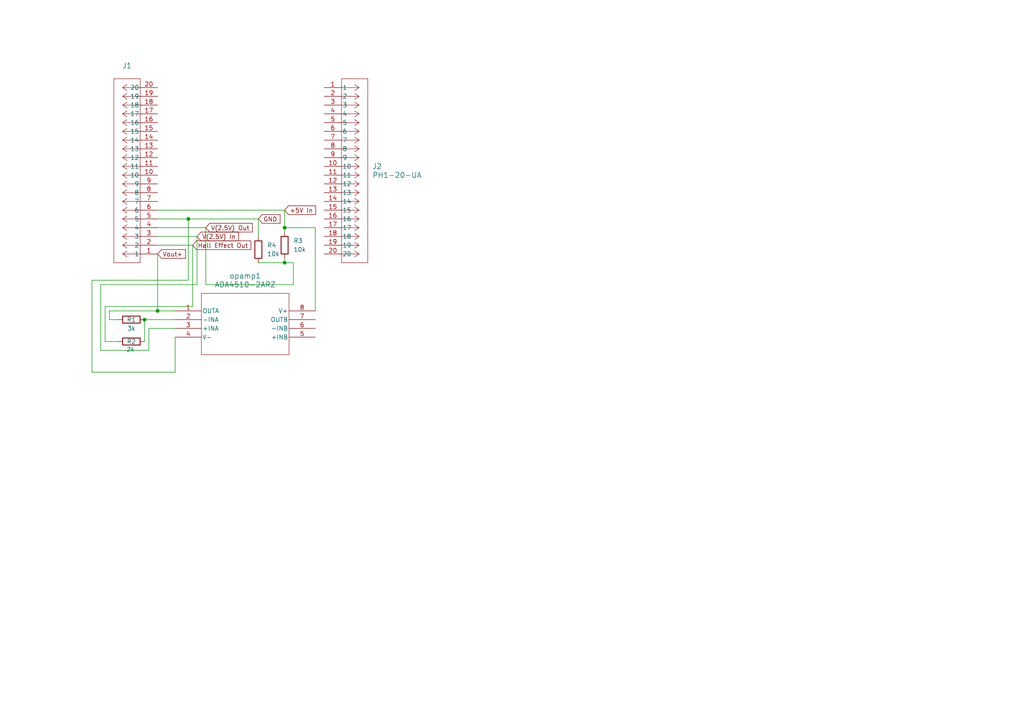
<source format=kicad_sch>
(kicad_sch (version 20250114) (generator "eeschema") (generator_version "9.0")
  (paper "A4")
  (lib_symbols
    (symbol "20 pins:PH1-20-UA" (pin_names (offset 0.254))
      (property "Reference" "J" (at 8.89 6.35 0))
      (property "Value" "PH1-20-UA" (at 0 0 0))
      (symbol "PH1-20-UA_1_1"
        (polyline (pts (xy 5.08 2.54) (xy 5.08 -50.8)) (stroke (width 0.127)))
        (polyline (pts (xy 5.08 -50.8) (xy 12.7 -50.8)) (stroke (width 0.127)))
        (polyline (pts (xy 10.16 0) (xy 5.08 0)) (stroke (width 0.127)))
        (polyline (pts (xy 10.16 0) (xy 8.89 0.8467)) (stroke (width 0.127)))
        (polyline (pts (xy 10.16 0) (xy 8.89 -0.8467)) (stroke (width 0.127)))
        (polyline (pts (xy 10.16 -2.54) (xy 5.08 -2.54)) (stroke (width 0.127)))
        (polyline (pts (xy 10.16 -2.54) (xy 8.89 -1.6933)) (stroke (width 0.127)))
        (polyline (pts (xy 10.16 -2.54) (xy 8.89 -3.3867)) (stroke (width 0.127)))
        (polyline (pts (xy 10.16 -5.08) (xy 5.08 -5.08)) (stroke (width 0.127)))
        (polyline (pts (xy 10.16 -5.08) (xy 8.89 -4.2333)) (stroke (width 0.127)))
        (polyline (pts (xy 10.16 -5.08) (xy 8.89 -5.9267)) (stroke (width 0.127)))
        (polyline (pts (xy 10.16 -7.62) (xy 5.08 -7.62)) (stroke (width 0.127)))
        (polyline (pts (xy 10.16 -7.62) (xy 8.89 -6.7733)) (stroke (width 0.127)))
        (polyline (pts (xy 10.16 -7.62) (xy 8.89 -8.4667)) (stroke (width 0.127)))
        (polyline (pts (xy 10.16 -10.16) (xy 5.08 -10.16)) (stroke (width 0.127)))
        (polyline (pts (xy 10.16 -10.16) (xy 8.89 -9.3133)) (stroke (width 0.127)))
        (polyline (pts (xy 10.16 -10.16) (xy 8.89 -11.0067)) (stroke (width 0.127)))
        (polyline (pts (xy 10.16 -12.7) (xy 5.08 -12.7)) (stroke (width 0.127)))
        (polyline (pts (xy 10.16 -12.7) (xy 8.89 -11.8533)) (stroke (width 0.127)))
        (polyline (pts (xy 10.16 -12.7) (xy 8.89 -13.5467)) (stroke (width 0.127)))
        (polyline (pts (xy 10.16 -15.24) (xy 5.08 -15.24)) (stroke (width 0.127)))
        (polyline (pts (xy 10.16 -15.24) (xy 8.89 -14.3933)) (stroke (width 0.127)))
        (polyline (pts (xy 10.16 -15.24) (xy 8.89 -16.0867)) (stroke (width 0.127)))
        (polyline (pts (xy 10.16 -17.78) (xy 5.08 -17.78)) (stroke (width 0.127)))
        (polyline (pts (xy 10.16 -17.78) (xy 8.89 -16.9333)) (stroke (width 0.127)))
        (polyline (pts (xy 10.16 -17.78) (xy 8.89 -18.6267)) (stroke (width 0.127)))
        (polyline (pts (xy 10.16 -20.32) (xy 5.08 -20.32)) (stroke (width 0.127)))
        (polyline (pts (xy 10.16 -20.32) (xy 8.89 -19.4733)) (stroke (width 0.127)))
        (polyline (pts (xy 10.16 -20.32) (xy 8.89 -21.1667)) (stroke (width 0.127)))
        (polyline (pts (xy 10.16 -22.86) (xy 5.08 -22.86)) (stroke (width 0.127)))
        (polyline (pts (xy 10.16 -22.86) (xy 8.89 -22.0133)) (stroke (width 0.127)))
        (polyline (pts (xy 10.16 -22.86) (xy 8.89 -23.7067)) (stroke (width 0.127)))
        (polyline (pts (xy 10.16 -25.4) (xy 5.08 -25.4)) (stroke (width 0.127)))
        (polyline (pts (xy 10.16 -25.4) (xy 8.89 -24.5533)) (stroke (width 0.127)))
        (polyline (pts (xy 10.16 -25.4) (xy 8.89 -26.2467)) (stroke (width 0.127)))
        (polyline (pts (xy 10.16 -27.94) (xy 5.08 -27.94)) (stroke (width 0.127)))
        (polyline (pts (xy 10.16 -27.94) (xy 8.89 -27.0933)) (stroke (width 0.127)))
        (polyline (pts (xy 10.16 -27.94) (xy 8.89 -28.7867)) (stroke (width 0.127)))
        (polyline (pts (xy 10.16 -30.48) (xy 5.08 -30.48)) (stroke (width 0.127)))
        (polyline (pts (xy 10.16 -30.48) (xy 8.89 -29.6333)) (stroke (width 0.127)))
        (polyline (pts (xy 10.16 -30.48) (xy 8.89 -31.3267)) (stroke (width 0.127)))
        (polyline (pts (xy 10.16 -33.02) (xy 5.08 -33.02)) (stroke (width 0.127)))
        (polyline (pts (xy 10.16 -33.02) (xy 8.89 -32.1733)) (stroke (width 0.127)))
        (polyline (pts (xy 10.16 -33.02) (xy 8.89 -33.8667)) (stroke (width 0.127)))
        (polyline (pts (xy 10.16 -35.56) (xy 5.08 -35.56)) (stroke (width 0.127)))
        (polyline (pts (xy 10.16 -35.56) (xy 8.89 -34.7133)) (stroke (width 0.127)))
        (polyline (pts (xy 10.16 -35.56) (xy 8.89 -36.4067)) (stroke (width 0.127)))
        (polyline (pts (xy 10.16 -38.1) (xy 5.08 -38.1)) (stroke (width 0.127)))
        (polyline (pts (xy 10.16 -38.1) (xy 8.89 -37.2533)) (stroke (width 0.127)))
        (polyline (pts (xy 10.16 -38.1) (xy 8.89 -38.9467)) (stroke (width 0.127)))
        (polyline (pts (xy 10.16 -40.64) (xy 5.08 -40.64)) (stroke (width 0.127)))
        (polyline (pts (xy 10.16 -40.64) (xy 8.89 -39.7933)) (stroke (width 0.127)))
        (polyline (pts (xy 10.16 -40.64) (xy 8.89 -41.4867)) (stroke (width 0.127)))
        (polyline (pts (xy 10.16 -43.18) (xy 5.08 -43.18)) (stroke (width 0.127)))
        (polyline (pts (xy 10.16 -43.18) (xy 8.89 -42.3333)) (stroke (width 0.127)))
        (polyline (pts (xy 10.16 -43.18) (xy 8.89 -44.0267)) (stroke (width 0.127)))
        (polyline (pts (xy 10.16 -45.72) (xy 5.08 -45.72)) (stroke (width 0.127)))
        (polyline (pts (xy 10.16 -45.72) (xy 8.89 -44.8733)) (stroke (width 0.127)))
        (polyline (pts (xy 10.16 -45.72) (xy 8.89 -46.5667)) (stroke (width 0.127)))
        (polyline (pts (xy 10.16 -48.26) (xy 5.08 -48.26)) (stroke (width 0.127)))
        (polyline (pts (xy 10.16 -48.26) (xy 8.89 -47.4133)) (stroke (width 0.127)))
        (polyline (pts (xy 10.16 -48.26) (xy 8.89 -49.1067)) (stroke (width 0.127)))
        (polyline (pts (xy 12.7 2.54) (xy 5.08 2.54)) (stroke (width 0.127)))
        (polyline (pts (xy 12.7 -50.8) (xy 12.7 2.54)) (stroke (width 0.127)))
        (pin unspecified line (at 0 0 0) (length 5.08) (name "1") (number "1"))
        (pin unspecified line (at 0 -2.54 0) (length 5.08) (name "2") (number "2"))
        (pin unspecified line (at 0 -5.08 0) (length 5.08) (name "3") (number "3"))
        (pin unspecified line (at 0 -7.62 0) (length 5.08) (name "4") (number "4"))
        (pin unspecified line (at 0 -10.16 0) (length 5.08) (name "5") (number "5"))
        (pin unspecified line (at 0 -12.7 0) (length 5.08) (name "6") (number "6"))
        (pin unspecified line (at 0 -15.24 0) (length 5.08) (name "7") (number "7"))
        (pin unspecified line (at 0 -17.78 0) (length 5.08) (name "8") (number "8"))
        (pin unspecified line (at 0 -20.32 0) (length 5.08) (name "9") (number "9"))
        (pin unspecified line (at 0 -22.86 0) (length 5.08) (name "10") (number "10"))
        (pin unspecified line (at 0 -25.4 0) (length 5.08) (name "11") (number "11"))
        (pin unspecified line (at 0 -27.94 0) (length 5.08) (name "12") (number "12"))
        (pin unspecified line (at 0 -30.48 0) (length 5.08) (name "13") (number "13"))
        (pin unspecified line (at 0 -33.02 0) (length 5.08) (name "14") (number "14"))
        (pin unspecified line (at 0 -35.56 0) (length 5.08) (name "15") (number "15"))
        (pin unspecified line (at 0 -38.1 0) (length 5.08) (name "16") (number "16"))
        (pin unspecified line (at 0 -40.64 0) (length 5.08) (name "17") (number "17"))
        (pin unspecified line (at 0 -43.18 0) (length 5.08) (name "18") (number "18"))
        (pin unspecified line (at 0 -45.72 0) (length 5.08) (name "19") (number "19"))
        (pin unspecified line (at 0 -48.26 0) (length 5.08) (name "20") (number "20"))
      )
      (symbol "PH1-20-UA_1_2"
        (polyline (pts (xy 5.08 2.54) (xy 5.08 -50.8)) (stroke (width 0.127)))
        (polyline (pts (xy 5.08 -50.8) (xy 12.7 -50.8)) (stroke (width 0.127)))
        (polyline (pts (xy 7.62 0) (xy 5.08 0)) (stroke (width 0.127)))
        (polyline (pts (xy 7.62 0) (xy 8.89 0.8467)) (stroke (width 0.127)))
        (polyline (pts (xy 7.62 0) (xy 8.89 -0.8467)) (stroke (width 0.127)))
        (polyline (pts (xy 7.62 -2.54) (xy 5.08 -2.54)) (stroke (width 0.127)))
        (polyline (pts (xy 7.62 -2.54) (xy 8.89 -1.6933)) (stroke (width 0.127)))
        (polyline (pts (xy 7.62 -2.54) (xy 8.89 -3.3867)) (stroke (width 0.127)))
        (polyline (pts (xy 7.62 -5.08) (xy 5.08 -5.08)) (stroke (width 0.127)))
        (polyline (pts (xy 7.62 -5.08) (xy 8.89 -4.2333)) (stroke (width 0.127)))
        (polyline (pts (xy 7.62 -5.08) (xy 8.89 -5.9267)) (stroke (width 0.127)))
        (polyline (pts (xy 7.62 -7.62) (xy 5.08 -7.62)) (stroke (width 0.127)))
        (polyline (pts (xy 7.62 -7.62) (xy 8.89 -6.7733)) (stroke (width 0.127)))
        (polyline (pts (xy 7.62 -7.62) (xy 8.89 -8.4667)) (stroke (width 0.127)))
        (polyline (pts (xy 7.62 -10.16) (xy 5.08 -10.16)) (stroke (width 0.127)))
        (polyline (pts (xy 7.62 -10.16) (xy 8.89 -9.3133)) (stroke (width 0.127)))
        (polyline (pts (xy 7.62 -10.16) (xy 8.89 -11.0067)) (stroke (width 0.127)))
        (polyline (pts (xy 7.62 -12.7) (xy 5.08 -12.7)) (stroke (width 0.127)))
        (polyline (pts (xy 7.62 -12.7) (xy 8.89 -11.8533)) (stroke (width 0.127)))
        (polyline (pts (xy 7.62 -12.7) (xy 8.89 -13.5467)) (stroke (width 0.127)))
        (polyline (pts (xy 7.62 -15.24) (xy 5.08 -15.24)) (stroke (width 0.127)))
        (polyline (pts (xy 7.62 -15.24) (xy 8.89 -14.3933)) (stroke (width 0.127)))
        (polyline (pts (xy 7.62 -15.24) (xy 8.89 -16.0867)) (stroke (width 0.127)))
        (polyline (pts (xy 7.62 -17.78) (xy 5.08 -17.78)) (stroke (width 0.127)))
        (polyline (pts (xy 7.62 -17.78) (xy 8.89 -16.9333)) (stroke (width 0.127)))
        (polyline (pts (xy 7.62 -17.78) (xy 8.89 -18.6267)) (stroke (width 0.127)))
        (polyline (pts (xy 7.62 -20.32) (xy 5.08 -20.32)) (stroke (width 0.127)))
        (polyline (pts (xy 7.62 -20.32) (xy 8.89 -19.4733)) (stroke (width 0.127)))
        (polyline (pts (xy 7.62 -20.32) (xy 8.89 -21.1667)) (stroke (width 0.127)))
        (polyline (pts (xy 7.62 -22.86) (xy 5.08 -22.86)) (stroke (width 0.127)))
        (polyline (pts (xy 7.62 -22.86) (xy 8.89 -22.0133)) (stroke (width 0.127)))
        (polyline (pts (xy 7.62 -22.86) (xy 8.89 -23.7067)) (stroke (width 0.127)))
        (polyline (pts (xy 7.62 -25.4) (xy 5.08 -25.4)) (stroke (width 0.127)))
        (polyline (pts (xy 7.62 -25.4) (xy 8.89 -24.5533)) (stroke (width 0.127)))
        (polyline (pts (xy 7.62 -25.4) (xy 8.89 -26.2467)) (stroke (width 0.127)))
        (polyline (pts (xy 7.62 -27.94) (xy 5.08 -27.94)) (stroke (width 0.127)))
        (polyline (pts (xy 7.62 -27.94) (xy 8.89 -27.0933)) (stroke (width 0.127)))
        (polyline (pts (xy 7.62 -27.94) (xy 8.89 -28.7867)) (stroke (width 0.127)))
        (polyline (pts (xy 7.62 -30.48) (xy 5.08 -30.48)) (stroke (width 0.127)))
        (polyline (pts (xy 7.62 -30.48) (xy 8.89 -29.6333)) (stroke (width 0.127)))
        (polyline (pts (xy 7.62 -30.48) (xy 8.89 -31.3267)) (stroke (width 0.127)))
        (polyline (pts (xy 7.62 -33.02) (xy 5.08 -33.02)) (stroke (width 0.127)))
        (polyline (pts (xy 7.62 -33.02) (xy 8.89 -32.1733)) (stroke (width 0.127)))
        (polyline (pts (xy 7.62 -33.02) (xy 8.89 -33.8667)) (stroke (width 0.127)))
        (polyline (pts (xy 7.62 -35.56) (xy 5.08 -35.56)) (stroke (width 0.127)))
        (polyline (pts (xy 7.62 -35.56) (xy 8.89 -34.7133)) (stroke (width 0.127)))
        (polyline (pts (xy 7.62 -35.56) (xy 8.89 -36.4067)) (stroke (width 0.127)))
        (polyline (pts (xy 7.62 -38.1) (xy 5.08 -38.1)) (stroke (width 0.127)))
        (polyline (pts (xy 7.62 -38.1) (xy 8.89 -37.2533)) (stroke (width 0.127)))
        (polyline (pts (xy 7.62 -38.1) (xy 8.89 -38.9467)) (stroke (width 0.127)))
        (polyline (pts (xy 7.62 -40.64) (xy 5.08 -40.64)) (stroke (width 0.127)))
        (polyline (pts (xy 7.62 -40.64) (xy 8.89 -39.7933)) (stroke (width 0.127)))
        (polyline (pts (xy 7.62 -40.64) (xy 8.89 -41.4867)) (stroke (width 0.127)))
        (polyline (pts (xy 7.62 -43.18) (xy 5.08 -43.18)) (stroke (width 0.127)))
        (polyline (pts (xy 7.62 -43.18) (xy 8.89 -42.3333)) (stroke (width 0.127)))
        (polyline (pts (xy 7.62 -43.18) (xy 8.89 -44.0267)) (stroke (width 0.127)))
        (polyline (pts (xy 7.62 -45.72) (xy 5.08 -45.72)) (stroke (width 0.127)))
        (polyline (pts (xy 7.62 -45.72) (xy 8.89 -44.8733)) (stroke (width 0.127)))
        (polyline (pts (xy 7.62 -45.72) (xy 8.89 -46.5667)) (stroke (width 0.127)))
        (polyline (pts (xy 7.62 -48.26) (xy 5.08 -48.26)) (stroke (width 0.127)))
        (polyline (pts (xy 7.62 -48.26) (xy 8.89 -47.4133)) (stroke (width 0.127)))
        (polyline (pts (xy 7.62 -48.26) (xy 8.89 -49.1067)) (stroke (width 0.127)))
        (polyline (pts (xy 12.7 2.54) (xy 5.08 2.54)) (stroke (width 0.127)))
        (polyline (pts (xy 12.7 -50.8) (xy 12.7 2.54)) (stroke (width 0.127)))
        (pin unspecified line (at 0 0 0) (length 5.08) (name "1") (number "1"))
        (pin unspecified line (at 0 -2.54 0) (length 5.08) (name "2") (number "2"))
        (pin unspecified line (at 0 -5.08 0) (length 5.08) (name "3") (number "3"))
        (pin unspecified line (at 0 -7.62 0) (length 5.08) (name "4") (number "4"))
        (pin unspecified line (at 0 -10.16 0) (length 5.08) (name "5") (number "5"))
        (pin unspecified line (at 0 -12.7 0) (length 5.08) (name "6") (number "6"))
        (pin unspecified line (at 0 -15.24 0) (length 5.08) (name "7") (number "7"))
        (pin unspecified line (at 0 -17.78 0) (length 5.08) (name "8") (number "8"))
        (pin unspecified line (at 0 -20.32 0) (length 5.08) (name "9") (number "9"))
        (pin unspecified line (at 0 -22.86 0) (length 5.08) (name "10") (number "10"))
        (pin unspecified line (at 0 -25.4 0) (length 5.08) (name "11") (number "11"))
        (pin unspecified line (at 0 -27.94 0) (length 5.08) (name "12") (number "12"))
        (pin unspecified line (at 0 -30.48 0) (length 5.08) (name "13") (number "13"))
        (pin unspecified line (at 0 -33.02 0) (length 5.08) (name "14") (number "14"))
        (pin unspecified line (at 0 -35.56 0) (length 5.08) (name "15") (number "15"))
        (pin unspecified line (at 0 -38.1 0) (length 5.08) (name "16") (number "16"))
        (pin unspecified line (at 0 -40.64 0) (length 5.08) (name "17") (number "17"))
        (pin unspecified line (at 0 -43.18 0) (length 5.08) (name "18") (number "18"))
        (pin unspecified line (at 0 -45.72 0) (length 5.08) (name "19") (number "19"))
        (pin unspecified line (at 0 -48.26 0) (length 5.08) (name "20") (number "20"))
      )
    )
    (symbol "Device:R" (pin_numbers (hide yes)) (pin_names (offset 0))
      (property "Reference" "R" (at 2.032 0 90))
      (property "Value" "R" (at 0 0 90))
      (symbol "R_0_1"
        (rectangle (start -1.016 -2.54) (end 1.016 2.54) (stroke (width 0.254)))
      )
      (symbol "R_1_1"
        (pin passive line (at 0 3.81 270) (length 1.27) (name "~") (number "1"))
        (pin passive line (at 0 -3.81 90) (length 1.27) (name "~") (number "2"))
      )
    )
    (symbol "Project-Syms:ADA4522-2ARZ-RL" (pin_names (offset 0.254))
      (property "Reference" "U" (at 20.32 10.16 0))
      (property "Value" "ADA4522-2ARZ-RL" (at 20.32 7.62 0))
      (symbol "ADA4522-2ARZ-RL_0_1"
        (polyline (pts (xy 7.62 5.08) (xy 7.62 -12.7)) (stroke (width 0.127)))
        (polyline (pts (xy 7.62 -12.7) (xy 33.02 -12.7)) (stroke (width 0.127)))
        (polyline (pts (xy 33.02 5.08) (xy 7.62 5.08)) (stroke (width 0.127)))
        (polyline (pts (xy 33.02 -12.7) (xy 33.02 5.08)) (stroke (width 0.127)))
        (pin output line (at 0 0 0) (length 7.62) (name "OUTA") (number "1"))
        (pin input line (at 0 -2.54 0) (length 7.62) (name "-INA") (number "2"))
        (pin input line (at 0 -5.08 0) (length 7.62) (name "+INA") (number "3"))
        (pin power_in line (at 0 -7.62 0) (length 7.62) (name "V-") (number "4"))
        (pin power_in line (at 40.64 0 180) (length 7.62) (name "V+") (number "8"))
        (pin output line (at 40.64 -2.54 180) (length 7.62) (name "OUTB") (number "7"))
        (pin input line (at 40.64 -5.08 180) (length 7.62) (name "-INB") (number "6"))
        (pin input line (at 40.64 -7.62 180) (length 7.62) (name "+INB") (number "5"))
      )
    )
  )
  (junction (at 45.72 90.17))
  (junction (at 54.61 63.5))
  (junction (at 41.91 92.71))
  (junction (at 82.55 76.2))
  (junction (at 82.55 66.04))
  (wire (pts (xy 50.8 97.79) (xy 50.8 107.95)))
  (wire (pts (xy 57.15 82.55) (xy 29.21 82.55)))
  (wire (pts (xy 54.61 81.28) (xy 26.67 81.28)))
  (wire (pts (xy 82.55 66.04) (xy 82.55 67.31)))
  (wire (pts (xy 45.72 73.66) (xy 45.72 90.17)))
  (wire (pts (xy 30.48 88.9) (xy 55.88 88.9)))
  (wire (pts (xy 82.55 76.2) (xy 85.09 76.2)))
  (wire (pts (xy 85.09 82.55) (xy 59.69 82.55)))
  (wire (pts (xy 55.88 71.12) (xy 45.72 71.12)))
  (wire (pts (xy 45.72 63.5) (xy 54.61 63.5)))
  (wire (pts (xy 91.44 66.04) (xy 91.44 90.17)))
  (wire (pts (xy 43.18 95.25) (xy 50.8 95.25)))
  (wire (pts (xy 43.18 101.6) (xy 29.21 101.6)))
  (wire (pts (xy 82.55 60.96) (xy 82.55 66.04)))
  (wire (pts (xy 45.72 90.17) (xy 50.8 90.17)))
  (wire (pts (xy 31.75 92.71) (xy 34.29 92.71)))
  (wire (pts (xy 85.09 76.2) (xy 85.09 82.55)))
  (wire (pts (xy 26.67 81.28) (xy 26.67 107.95)))
  (wire (pts (xy 54.61 63.5) (xy 54.61 81.28)))
  (wire (pts (xy 43.18 95.25) (xy 43.18 101.6)))
  (wire (pts (xy 45.72 66.04) (xy 59.69 66.04)))
  (wire (pts (xy 54.61 63.5) (xy 74.93 63.5)))
  (wire (pts (xy 45.72 60.96) (xy 82.55 60.96)))
  (wire (pts (xy 74.93 63.5) (xy 74.93 68.58)))
  (wire (pts (xy 41.91 92.71) (xy 50.8 92.71)))
  (wire (pts (xy 29.21 82.55) (xy 29.21 101.6)))
  (wire (pts (xy 30.48 99.06) (xy 30.48 88.9)))
  (wire (pts (xy 57.15 68.58) (xy 45.72 68.58)))
  (wire (pts (xy 34.29 99.06) (xy 30.48 99.06)))
  (wire (pts (xy 26.67 107.95) (xy 50.8 107.95)))
  (wire (pts (xy 41.91 92.71) (xy 41.91 99.06)))
  (wire (pts (xy 57.15 82.55) (xy 57.15 68.58)))
  (wire (pts (xy 82.55 66.04) (xy 91.44 66.04)))
  (wire (pts (xy 82.55 76.2) (xy 82.55 74.93)))
  (wire (pts (xy 59.69 82.55) (xy 59.69 66.04)))
  (wire (pts (xy 55.88 71.12) (xy 55.88 88.9)))
  (wire (pts (xy 31.75 90.17) (xy 31.75 92.71)))
  (wire (pts (xy 31.75 90.17) (xy 45.72 90.17)))
  (wire (pts (xy 74.93 76.2) (xy 82.55 76.2)))
  (global_label "GND" (shape input) (at 74.93 63.5 0) (property "Intersheetrefs" "${INTERSHEET_REFS}" (effects (hide yes))))
  (global_label "Hall Effect Out" (shape input) (at 55.88 71.12 0) (property "Intersheetrefs" "${INTERSHEET_REFS}" (effects (hide yes))))
  (global_label "+5V in" (shape input) (at 82.55 60.96 0) (property "Intersheetrefs" "${INTERSHEET_REFS}" (effects (hide yes))))
  (global_label "V(2.5V) Out" (shape input) (at 59.69 66.04 0) (property "Intersheetrefs" "${INTERSHEET_REFS}" (effects (hide yes))))
  (global_label "Vout+" (shape input) (at 45.72 73.66 0) (property "Intersheetrefs" "${INTERSHEET_REFS}" (effects (hide yes))))
  (global_label "V(2.5V) In" (shape input) (at 57.15 68.58 0) (property "Intersheetrefs" "${INTERSHEET_REFS}" (effects (hide yes))))
  (symbol (lib_id "20 pins:PH1-20-UA") (at 45.72 73.66 180) (unit 1)
    (property "Reference" "J1" (at 36.83 19.05 0) (effects (font (size 1.524 1.524))))
    (property "Value" "PH1-20-UA" (effects (hide yes)))
    (property "Footprint" "Connector_PinHeader_2.54mm:PinHeader_1x20_P2.54mm_Vertical" (effects (hide yes)))
    (property "Datasheet" "https://app.adam-tech.com/products/download/data_sheet/201605/ph1-xx-ua-data-sheet.pdf" (effects (hide yes)))
  )
  (symbol (lib_id "Device:R") (at 38.1 92.71 90) (unit 1)
    (property "Reference" "R1" (at 38.1 92.71 90))
    (property "Value" "3k" (at 38.1 95.25 90))
    (property "Footprint" "Resistor_THT:R_Axial_DIN0207_L6.3mm_D2.5mm_P10.16mm_Horizontal" (effects (hide yes)))
    (property "Description" "Resistor" (effects (hide yes)))
  )
  (symbol (lib_id "Device:R") (at 82.55 71.12 180) (unit 1)
    (property "Reference" "R3" (at 85.09 69.8499 0) (effects (justify right)))
    (property "Value" "10k" (at 85.09 72.3899 0) (effects (justify right)))
    (property "Footprint" "Resistor_THT:R_Axial_DIN0207_L6.3mm_D2.5mm_P10.16mm_Horizontal" (effects (hide yes)))
    (property "Description" "Resistor" (effects (hide yes)))
  )
  (symbol (lib_id "20 pins:PH1-20-UA") (at 93.98 25.4 0) (unit 1)
    (property "Reference" "J2" (at 107.95 48.2599 0) (effects (font (size 1.524 1.524)) (justify left)))
    (property "Value" "PH1-20-UA" (at 107.95 50.7999 0) (effects (font (size 1.524 1.524)) (justify left)))
    (property "Footprint" "Connector_PinHeader_2.54mm:PinHeader_1x20_P2.54mm_Vertical" (effects (hide yes)))
    (property "Datasheet" "https://app.adam-tech.com/products/download/data_sheet/201605/ph1-xx-ua-data-sheet.pdf" (effects (hide yes)))
  )
  (symbol (lib_id "Device:R") (at 38.1 99.06 90) (unit 1)
    (property "Reference" "R2" (at 38.1 99.06 90))
    (property "Value" "2k" (at 37.846 101.346 90))
    (property "Footprint" "Resistor_THT:R_Axial_DIN0207_L6.3mm_D2.5mm_P10.16mm_Horizontal" (effects (hide yes)))
    (property "Description" "Resistor" (effects (hide yes)))
  )
  (symbol (lib_id "Device:R") (at 74.93 72.39 0) (unit 1)
    (property "Reference" "R4" (at 77.47 71.1199 0) (effects (justify left)))
    (property "Value" "10k" (at 77.47 73.6599 0) (effects (justify left)))
    (property "Footprint" "Resistor_THT:R_Axial_DIN0207_L6.3mm_D2.5mm_P10.16mm_Horizontal" (effects (hide yes)))
    (property "Description" "Resistor" (effects (hide yes)))
  )
  (symbol (lib_id "Project-Syms:ADA4522-2ARZ-RL") (at 50.8 90.17 0) (unit 1)
    (property "Reference" "opamp1" (at 71.12 80.01 0) (effects (font (size 1.524 1.524))))
    (property "Value" "ADA4510-2ARZ" (at 71.12 82.55 0) (effects (font (size 1.524 1.524))))
    (property "Footprint" "R-8_ADI" (effects (hide yes)))
    (property "Datasheet" "https://www.analog.com/media/en/technical-documentation/data-sheets/ADA4522-1_4522-2_4522-4.pdf" (effects (hide yes)))
  )
)
</source>
